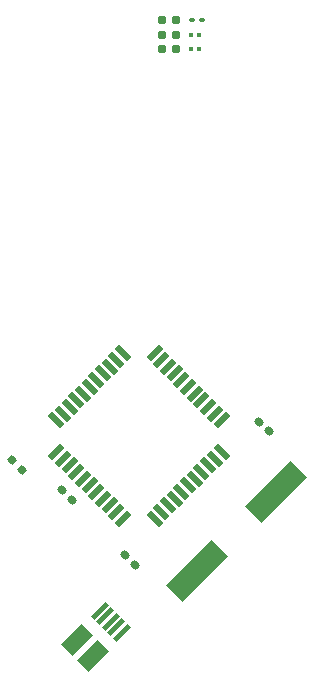
<source format=gbr>
%TF.GenerationSoftware,KiCad,Pcbnew,9.0.5*%
%TF.CreationDate,2025-10-29T22:43:50-06:00*%
%TF.ProjectId,arduino_pro_micro,61726475-696e-46f5-9f70-726f5f6d6963,rev?*%
%TF.SameCoordinates,Original*%
%TF.FileFunction,Paste,Top*%
%TF.FilePolarity,Positive*%
%FSLAX46Y46*%
G04 Gerber Fmt 4.6, Leading zero omitted, Abs format (unit mm)*
G04 Created by KiCad (PCBNEW 9.0.5) date 2025-10-29 22:43:50*
%MOMM*%
%LPD*%
G01*
G04 APERTURE LIST*
G04 Aperture macros list*
%AMRoundRect*
0 Rectangle with rounded corners*
0 $1 Rounding radius*
0 $2 $3 $4 $5 $6 $7 $8 $9 X,Y pos of 4 corners*
0 Add a 4 corners polygon primitive as box body*
4,1,4,$2,$3,$4,$5,$6,$7,$8,$9,$2,$3,0*
0 Add four circle primitives for the rounded corners*
1,1,$1+$1,$2,$3*
1,1,$1+$1,$4,$5*
1,1,$1+$1,$6,$7*
1,1,$1+$1,$8,$9*
0 Add four rect primitives between the rounded corners*
20,1,$1+$1,$2,$3,$4,$5,0*
20,1,$1+$1,$4,$5,$6,$7,0*
20,1,$1+$1,$6,$7,$8,$9,0*
20,1,$1+$1,$8,$9,$2,$3,0*%
%AMRotRect*
0 Rectangle, with rotation*
0 The origin of the aperture is its center*
0 $1 length*
0 $2 width*
0 $3 Rotation angle, in degrees counterclockwise*
0 Add horizontal line*
21,1,$1,$2,0,0,$3*%
G04 Aperture macros list end*
%ADD10RoundRect,0.160000X-0.197500X-0.160000X0.197500X-0.160000X0.197500X0.160000X-0.197500X0.160000X0*%
%ADD11RoundRect,0.079500X-0.079500X-0.100500X0.079500X-0.100500X0.079500X0.100500X-0.079500X0.100500X0*%
%ADD12RoundRect,0.090000X-0.139000X-0.090000X0.139000X-0.090000X0.139000X0.090000X-0.139000X0.090000X0*%
%ADD13RoundRect,0.155000X0.259862X-0.040659X-0.040659X0.259862X-0.259862X0.040659X0.040659X-0.259862X0*%
%ADD14RotRect,0.400000X1.750000X315.000000*%
%ADD15RotRect,1.425000X2.500000X315.000000*%
%ADD16RoundRect,0.160000X-0.252791X0.026517X0.026517X-0.252791X0.252791X-0.026517X-0.026517X0.252791X0*%
%ADD17RotRect,2.000000X5.500000X135.000000*%
%ADD18RotRect,1.500000X0.500000X45.000000*%
%ADD19RotRect,0.500000X1.500000X45.000000*%
G04 APERTURE END LIST*
D10*
%TO.C,R3*%
X110650000Y-101600000D03*
X109455000Y-101600000D03*
%TD*%
%TO.C,R2*%
X110650000Y-100400000D03*
X109455000Y-100400000D03*
%TD*%
D11*
%TO.C,TX1*%
X111910000Y-100400000D03*
X112600000Y-100400000D03*
%TD*%
%TO.C,RX1*%
X111910000Y-101600000D03*
X112600000Y-101600000D03*
%TD*%
D12*
%TO.C,PWR1*%
X112832500Y-99200000D03*
X111967500Y-99200000D03*
%TD*%
D13*
%TO.C,C3*%
X101802583Y-139802583D03*
X101000017Y-139000017D03*
%TD*%
D14*
%TO.C,J1*%
X104205238Y-149210085D03*
X104664857Y-149669704D03*
X105124477Y-150129323D03*
X105584096Y-150588943D03*
X106043715Y-151048562D03*
D15*
X102269533Y-151623086D03*
X103630714Y-152984267D03*
%TD*%
D13*
%TO.C,C1*%
X118499983Y-133999983D03*
X117697417Y-133197417D03*
%TD*%
D16*
%TO.C,R1*%
X96800004Y-136400004D03*
X97644996Y-137244996D03*
%TD*%
D17*
%TO.C,Y1*%
X112391243Y-145858757D03*
X119108757Y-139141243D03*
%TD*%
D10*
%TO.C,R4*%
X109455000Y-99200000D03*
X110650000Y-99200000D03*
%TD*%
D18*
%TO.C,U1*%
X100499643Y-135743503D03*
X101065328Y-136309188D03*
X101631014Y-136874874D03*
X102196699Y-137440559D03*
X102762385Y-138006245D03*
X103328070Y-138571930D03*
X103893755Y-139137615D03*
X104459441Y-139703301D03*
X105025126Y-140268986D03*
X105590812Y-140834672D03*
X106156497Y-141400357D03*
D19*
X108843503Y-141400357D03*
X109409188Y-140834672D03*
X109974874Y-140268986D03*
X110540559Y-139703301D03*
X111106245Y-139137615D03*
X111671930Y-138571930D03*
X112237615Y-138006245D03*
X112803301Y-137440559D03*
X113368986Y-136874874D03*
X113934672Y-136309188D03*
X114500357Y-135743503D03*
D18*
X114500357Y-133056497D03*
X113934672Y-132490812D03*
X113368986Y-131925126D03*
X112803301Y-131359441D03*
X112237615Y-130793755D03*
X111671930Y-130228070D03*
X111106245Y-129662385D03*
X110540559Y-129096699D03*
X109974874Y-128531014D03*
X109409188Y-127965328D03*
X108843503Y-127399643D03*
D19*
X106156497Y-127399643D03*
X105590812Y-127965328D03*
X105025126Y-128531014D03*
X104459441Y-129096699D03*
X103893755Y-129662385D03*
X103328070Y-130228070D03*
X102762385Y-130793755D03*
X102196699Y-131359441D03*
X101631014Y-131925126D03*
X101065328Y-132490812D03*
X100499643Y-133056497D03*
%TD*%
D13*
%TO.C,C2*%
X107168383Y-145276283D03*
X106365817Y-144473717D03*
%TD*%
M02*

</source>
